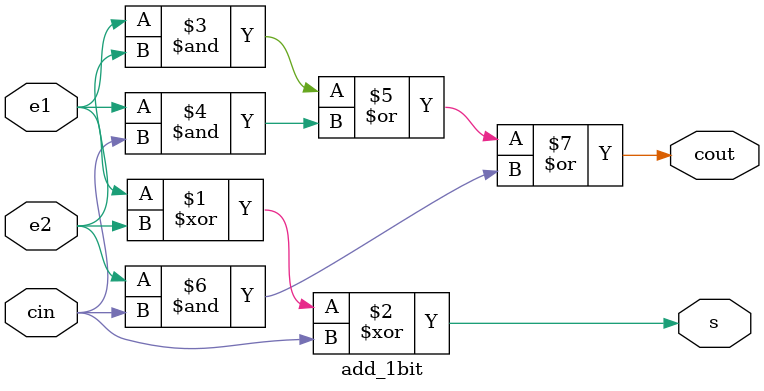
<source format=v>
module add_1bit (e1,e2,cin,s,cout);
    input e1;
    input e2;
	input cin;
    output s;
	output cout;


    assign s = e1 ^ e2 ^ cin;
	assign cout = (e1 & e2) | (e1 & cin) | (e2 & cin);


endmodule

</source>
